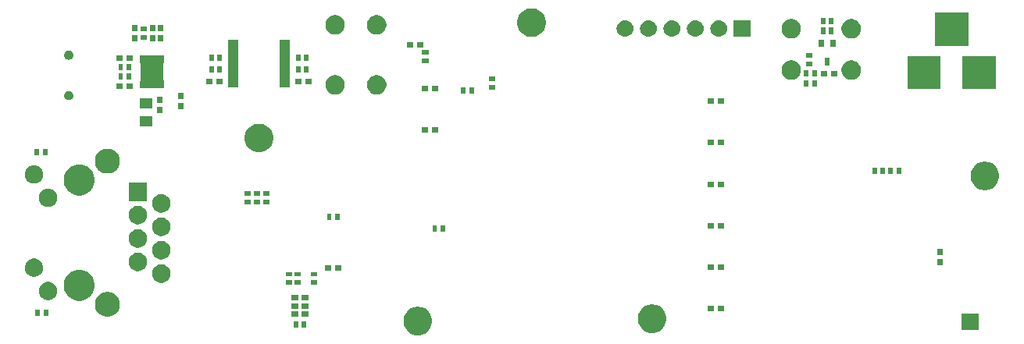
<source format=gbr>
G04 #@! TF.GenerationSoftware,KiCad,Pcbnew,(5.1.4)-1*
G04 #@! TF.CreationDate,2020-04-10T13:24:09-05:00*
G04 #@! TF.ProjectId,PIC32MZ_ETH_Demo,50494333-324d-45a5-9f45-54485f44656d,rev?*
G04 #@! TF.SameCoordinates,Original*
G04 #@! TF.FileFunction,Soldermask,Bot*
G04 #@! TF.FilePolarity,Negative*
%FSLAX46Y46*%
G04 Gerber Fmt 4.6, Leading zero omitted, Abs format (unit mm)*
G04 Created by KiCad (PCBNEW (5.1.4)-1) date 2020-04-10 13:24:09*
%MOMM*%
%LPD*%
G04 APERTURE LIST*
%ADD10C,0.100000*%
G04 APERTURE END LIST*
D10*
G36*
X138415085Y-79441302D02*
G01*
X138564910Y-79471104D01*
X138847174Y-79588021D01*
X139101205Y-79757759D01*
X139317241Y-79973795D01*
X139486979Y-80227826D01*
X139603896Y-80510090D01*
X139663500Y-80809740D01*
X139663500Y-81115260D01*
X139603896Y-81414910D01*
X139486979Y-81697174D01*
X139317241Y-81951205D01*
X139101205Y-82167241D01*
X138847174Y-82336979D01*
X138564910Y-82453896D01*
X138415085Y-82483698D01*
X138265261Y-82513500D01*
X137959739Y-82513500D01*
X137809915Y-82483698D01*
X137660090Y-82453896D01*
X137377826Y-82336979D01*
X137123795Y-82167241D01*
X136907759Y-81951205D01*
X136738021Y-81697174D01*
X136621104Y-81414910D01*
X136561500Y-81115260D01*
X136561500Y-80809740D01*
X136621104Y-80510090D01*
X136738021Y-80227826D01*
X136907759Y-79973795D01*
X137123795Y-79757759D01*
X137377826Y-79588021D01*
X137660090Y-79471104D01*
X137809915Y-79441302D01*
X137959739Y-79411500D01*
X138265261Y-79411500D01*
X138415085Y-79441302D01*
X138415085Y-79441302D01*
G37*
G36*
X163815085Y-79187302D02*
G01*
X163964910Y-79217104D01*
X164247174Y-79334021D01*
X164501205Y-79503759D01*
X164717241Y-79719795D01*
X164886979Y-79973826D01*
X165003896Y-80256090D01*
X165063500Y-80555740D01*
X165063500Y-80861260D01*
X165003896Y-81160910D01*
X164886979Y-81443174D01*
X164717241Y-81697205D01*
X164501205Y-81913241D01*
X164247174Y-82082979D01*
X163964910Y-82199896D01*
X163815085Y-82229698D01*
X163665261Y-82259500D01*
X163359739Y-82259500D01*
X163209915Y-82229698D01*
X163060090Y-82199896D01*
X162777826Y-82082979D01*
X162523795Y-81913241D01*
X162307759Y-81697205D01*
X162138021Y-81443174D01*
X162021104Y-81160910D01*
X161961500Y-80861260D01*
X161961500Y-80555740D01*
X162021104Y-80256090D01*
X162138021Y-79973826D01*
X162307759Y-79719795D01*
X162523795Y-79503759D01*
X162777826Y-79334021D01*
X163060090Y-79217104D01*
X163209915Y-79187302D01*
X163359739Y-79157500D01*
X163665261Y-79157500D01*
X163815085Y-79187302D01*
X163815085Y-79187302D01*
G37*
G36*
X198894000Y-81927000D02*
G01*
X197092000Y-81927000D01*
X197092000Y-80125000D01*
X198894000Y-80125000D01*
X198894000Y-81927000D01*
X198894000Y-81927000D01*
G37*
G36*
X126050000Y-81694500D02*
G01*
X125548000Y-81694500D01*
X125548000Y-80992500D01*
X126050000Y-80992500D01*
X126050000Y-81694500D01*
X126050000Y-81694500D01*
G37*
G36*
X125150000Y-81694500D02*
G01*
X124648000Y-81694500D01*
X124648000Y-80992500D01*
X125150000Y-80992500D01*
X125150000Y-81694500D01*
X125150000Y-81694500D01*
G37*
G36*
X126250000Y-80501500D02*
G01*
X125548000Y-80501500D01*
X125548000Y-79899500D01*
X126250000Y-79899500D01*
X126250000Y-80501500D01*
X126250000Y-80501500D01*
G37*
G36*
X125150000Y-80501500D02*
G01*
X124448000Y-80501500D01*
X124448000Y-79899500D01*
X125150000Y-79899500D01*
X125150000Y-80501500D01*
X125150000Y-80501500D01*
G37*
G36*
X104863572Y-77849918D02*
G01*
X104943155Y-77882882D01*
X105109439Y-77951759D01*
X105165953Y-77989521D01*
X105330711Y-78099609D01*
X105518891Y-78287789D01*
X105666742Y-78509063D01*
X105768582Y-78754928D01*
X105820500Y-79015937D01*
X105820500Y-79282063D01*
X105768582Y-79543072D01*
X105666742Y-79788937D01*
X105518891Y-80010211D01*
X105330711Y-80198391D01*
X105244357Y-80256091D01*
X105109439Y-80346241D01*
X105109438Y-80346242D01*
X105109437Y-80346242D01*
X104863572Y-80448082D01*
X104602563Y-80500000D01*
X104336437Y-80500000D01*
X104075428Y-80448082D01*
X103829563Y-80346242D01*
X103829562Y-80346242D01*
X103829561Y-80346241D01*
X103694643Y-80256091D01*
X103608289Y-80198391D01*
X103420109Y-80010211D01*
X103272258Y-79788937D01*
X103170418Y-79543072D01*
X103118500Y-79282063D01*
X103118500Y-79015937D01*
X103170418Y-78754928D01*
X103272258Y-78509063D01*
X103420109Y-78287789D01*
X103608289Y-78099609D01*
X103773047Y-77989521D01*
X103829561Y-77951759D01*
X103995846Y-77882882D01*
X104075428Y-77849918D01*
X104336437Y-77798000D01*
X104602563Y-77798000D01*
X104863572Y-77849918D01*
X104863572Y-77849918D01*
G37*
G36*
X97146500Y-80424500D02*
G01*
X96644500Y-80424500D01*
X96644500Y-79722500D01*
X97146500Y-79722500D01*
X97146500Y-80424500D01*
X97146500Y-80424500D01*
G37*
G36*
X98046500Y-80424500D02*
G01*
X97544500Y-80424500D01*
X97544500Y-79722500D01*
X98046500Y-79722500D01*
X98046500Y-80424500D01*
X98046500Y-80424500D01*
G37*
G36*
X170235000Y-79930000D02*
G01*
X169533000Y-79930000D01*
X169533000Y-79328000D01*
X170235000Y-79328000D01*
X170235000Y-79930000D01*
X170235000Y-79930000D01*
G37*
G36*
X171335000Y-79930000D02*
G01*
X170633000Y-79930000D01*
X170633000Y-79328000D01*
X171335000Y-79328000D01*
X171335000Y-79930000D01*
X171335000Y-79930000D01*
G37*
G36*
X126250000Y-79612500D02*
G01*
X125548000Y-79612500D01*
X125548000Y-79010500D01*
X126250000Y-79010500D01*
X126250000Y-79612500D01*
X126250000Y-79612500D01*
G37*
G36*
X125150000Y-79612500D02*
G01*
X124448000Y-79612500D01*
X124448000Y-79010500D01*
X125150000Y-79010500D01*
X125150000Y-79612500D01*
X125150000Y-79612500D01*
G37*
G36*
X101700572Y-75436074D02*
G01*
X101908371Y-75477408D01*
X102213383Y-75603748D01*
X102487887Y-75787166D01*
X102721334Y-76020613D01*
X102904752Y-76295117D01*
X103029600Y-76596527D01*
X103031092Y-76600130D01*
X103074103Y-76816356D01*
X103095500Y-76923928D01*
X103095500Y-77254072D01*
X103031092Y-77577871D01*
X102904752Y-77882883D01*
X102721334Y-78157387D01*
X102487887Y-78390834D01*
X102213383Y-78574252D01*
X101908371Y-78700592D01*
X101793205Y-78723500D01*
X101584573Y-78765000D01*
X101254427Y-78765000D01*
X101045795Y-78723500D01*
X100930629Y-78700592D01*
X100625617Y-78574252D01*
X100351113Y-78390834D01*
X100117666Y-78157387D01*
X99934248Y-77882883D01*
X99807908Y-77577871D01*
X99743500Y-77254072D01*
X99743500Y-76923928D01*
X99764898Y-76816356D01*
X99807908Y-76600130D01*
X99809400Y-76596527D01*
X99934248Y-76295117D01*
X100117666Y-76020613D01*
X100351113Y-75787166D01*
X100625617Y-75603748D01*
X100930629Y-75477408D01*
X101138428Y-75436074D01*
X101254427Y-75413000D01*
X101584573Y-75413000D01*
X101700572Y-75436074D01*
X101700572Y-75436074D01*
G37*
G36*
X125150000Y-78723500D02*
G01*
X124448000Y-78723500D01*
X124448000Y-78121500D01*
X125150000Y-78121500D01*
X125150000Y-78723500D01*
X125150000Y-78723500D01*
G37*
G36*
X126250000Y-78723500D02*
G01*
X125548000Y-78723500D01*
X125548000Y-78121500D01*
X126250000Y-78121500D01*
X126250000Y-78723500D01*
X126250000Y-78723500D01*
G37*
G36*
X98330021Y-76741275D02*
G01*
X98420653Y-76778816D01*
X98511283Y-76816356D01*
X98674413Y-76925356D01*
X98813144Y-77064087D01*
X98922144Y-77227217D01*
X98933268Y-77254073D01*
X98997225Y-77408479D01*
X99035500Y-77600901D01*
X99035500Y-77797099D01*
X98997225Y-77989521D01*
X98959684Y-78080153D01*
X98922144Y-78170783D01*
X98813144Y-78333913D01*
X98674413Y-78472644D01*
X98511283Y-78581644D01*
X98420652Y-78619184D01*
X98330021Y-78656725D01*
X98137599Y-78695000D01*
X97941401Y-78695000D01*
X97748979Y-78656725D01*
X97658347Y-78619184D01*
X97567717Y-78581644D01*
X97404587Y-78472644D01*
X97265856Y-78333913D01*
X97156856Y-78170783D01*
X97119316Y-78080153D01*
X97081775Y-77989521D01*
X97043500Y-77797099D01*
X97043500Y-77600901D01*
X97081775Y-77408479D01*
X97145732Y-77254073D01*
X97156856Y-77227217D01*
X97265856Y-77064087D01*
X97404587Y-76925356D01*
X97567717Y-76816356D01*
X97658347Y-76778816D01*
X97748979Y-76741275D01*
X97941401Y-76703000D01*
X98137599Y-76703000D01*
X98330021Y-76741275D01*
X98330021Y-76741275D01*
G37*
G36*
X125446000Y-77028000D02*
G01*
X124744000Y-77028000D01*
X124744000Y-76526000D01*
X125446000Y-76526000D01*
X125446000Y-77028000D01*
X125446000Y-77028000D01*
G37*
G36*
X127224000Y-77028000D02*
G01*
X126522000Y-77028000D01*
X126522000Y-76526000D01*
X127224000Y-76526000D01*
X127224000Y-77028000D01*
X127224000Y-77028000D01*
G37*
G36*
X124493500Y-77028000D02*
G01*
X123791500Y-77028000D01*
X123791500Y-76526000D01*
X124493500Y-76526000D01*
X124493500Y-77028000D01*
X124493500Y-77028000D01*
G37*
G36*
X110494785Y-74837234D02*
G01*
X110591481Y-74856468D01*
X110773651Y-74931926D01*
X110937600Y-75041473D01*
X111077027Y-75180900D01*
X111186574Y-75344849D01*
X111262032Y-75527019D01*
X111300500Y-75720410D01*
X111300500Y-75917590D01*
X111262032Y-76110981D01*
X111186574Y-76293151D01*
X111077027Y-76457100D01*
X110937600Y-76596527D01*
X110773651Y-76706074D01*
X110591481Y-76781532D01*
X110398091Y-76820000D01*
X110200909Y-76820000D01*
X110007519Y-76781532D01*
X109825349Y-76706074D01*
X109661400Y-76596527D01*
X109521973Y-76457100D01*
X109412426Y-76293151D01*
X109336968Y-76110981D01*
X109298500Y-75917590D01*
X109298500Y-75720410D01*
X109336968Y-75527019D01*
X109412426Y-75344849D01*
X109521973Y-75180900D01*
X109661400Y-75041473D01*
X109825349Y-74931926D01*
X110007519Y-74856468D01*
X110104215Y-74837234D01*
X110200909Y-74818000D01*
X110398091Y-74818000D01*
X110494785Y-74837234D01*
X110494785Y-74837234D01*
G37*
G36*
X96810021Y-74201275D02*
G01*
X96900653Y-74238816D01*
X96991283Y-74276356D01*
X97154413Y-74385356D01*
X97293144Y-74524087D01*
X97402144Y-74687217D01*
X97439684Y-74777847D01*
X97477225Y-74868479D01*
X97515500Y-75060901D01*
X97515500Y-75257099D01*
X97477225Y-75449521D01*
X97462529Y-75485000D01*
X97402144Y-75630783D01*
X97293144Y-75793913D01*
X97154413Y-75932644D01*
X96991283Y-76041644D01*
X96900653Y-76079184D01*
X96810021Y-76116725D01*
X96617599Y-76155000D01*
X96421401Y-76155000D01*
X96228979Y-76116725D01*
X96138347Y-76079184D01*
X96047717Y-76041644D01*
X95884587Y-75932644D01*
X95745856Y-75793913D01*
X95636856Y-75630783D01*
X95576471Y-75485000D01*
X95561775Y-75449521D01*
X95523500Y-75257099D01*
X95523500Y-75060901D01*
X95561775Y-74868479D01*
X95599316Y-74777847D01*
X95636856Y-74687217D01*
X95745856Y-74524087D01*
X95884587Y-74385356D01*
X96047717Y-74276356D01*
X96138347Y-74238816D01*
X96228979Y-74201275D01*
X96421401Y-74163000D01*
X96617599Y-74163000D01*
X96810021Y-74201275D01*
X96810021Y-74201275D01*
G37*
G36*
X124493500Y-76128000D02*
G01*
X123791500Y-76128000D01*
X123791500Y-75626000D01*
X124493500Y-75626000D01*
X124493500Y-76128000D01*
X124493500Y-76128000D01*
G37*
G36*
X125446000Y-76128000D02*
G01*
X124744000Y-76128000D01*
X124744000Y-75626000D01*
X125446000Y-75626000D01*
X125446000Y-76128000D01*
X125446000Y-76128000D01*
G37*
G36*
X127224000Y-76128000D02*
G01*
X126522000Y-76128000D01*
X126522000Y-75626000D01*
X127224000Y-75626000D01*
X127224000Y-76128000D01*
X127224000Y-76128000D01*
G37*
G36*
X108051481Y-73586468D02*
G01*
X108233651Y-73661926D01*
X108397600Y-73771473D01*
X108537027Y-73910900D01*
X108646574Y-74074849D01*
X108722032Y-74257019D01*
X108760500Y-74450410D01*
X108760500Y-74647590D01*
X108722032Y-74840981D01*
X108646574Y-75023151D01*
X108537027Y-75187100D01*
X108397600Y-75326527D01*
X108233651Y-75436074D01*
X108233650Y-75436075D01*
X108233649Y-75436075D01*
X108201185Y-75449522D01*
X108051481Y-75511532D01*
X107973623Y-75527019D01*
X107858091Y-75550000D01*
X107660909Y-75550000D01*
X107545377Y-75527019D01*
X107467519Y-75511532D01*
X107317815Y-75449522D01*
X107285351Y-75436075D01*
X107285350Y-75436075D01*
X107285349Y-75436074D01*
X107121400Y-75326527D01*
X106981973Y-75187100D01*
X106872426Y-75023151D01*
X106796968Y-74840981D01*
X106758500Y-74647590D01*
X106758500Y-74450410D01*
X106796968Y-74257019D01*
X106872426Y-74074849D01*
X106981973Y-73910900D01*
X107121400Y-73771473D01*
X107285349Y-73661926D01*
X107467519Y-73586468D01*
X107660909Y-73548000D01*
X107858091Y-73548000D01*
X108051481Y-73586468D01*
X108051481Y-73586468D01*
G37*
G36*
X129869500Y-75485000D02*
G01*
X129167500Y-75485000D01*
X129167500Y-74883000D01*
X129869500Y-74883000D01*
X129869500Y-75485000D01*
X129869500Y-75485000D01*
G37*
G36*
X128769500Y-75485000D02*
G01*
X128067500Y-75485000D01*
X128067500Y-74883000D01*
X128769500Y-74883000D01*
X128769500Y-75485000D01*
X128769500Y-75485000D01*
G37*
G36*
X171335000Y-75421500D02*
G01*
X170633000Y-75421500D01*
X170633000Y-74819500D01*
X171335000Y-74819500D01*
X171335000Y-75421500D01*
X171335000Y-75421500D01*
G37*
G36*
X170235000Y-75421500D02*
G01*
X169533000Y-75421500D01*
X169533000Y-74819500D01*
X170235000Y-74819500D01*
X170235000Y-75421500D01*
X170235000Y-75421500D01*
G37*
G36*
X194992000Y-74942000D02*
G01*
X194390000Y-74942000D01*
X194390000Y-74240000D01*
X194992000Y-74240000D01*
X194992000Y-74942000D01*
X194992000Y-74942000D01*
G37*
G36*
X110494785Y-72297234D02*
G01*
X110591481Y-72316468D01*
X110773651Y-72391926D01*
X110937600Y-72501473D01*
X111077027Y-72640900D01*
X111186574Y-72804849D01*
X111262032Y-72987019D01*
X111300500Y-73180410D01*
X111300500Y-73377590D01*
X111262032Y-73570981D01*
X111186574Y-73753151D01*
X111077027Y-73917100D01*
X110937600Y-74056527D01*
X110773651Y-74166074D01*
X110591481Y-74241532D01*
X110513623Y-74257019D01*
X110398091Y-74280000D01*
X110200909Y-74280000D01*
X110085377Y-74257019D01*
X110007519Y-74241532D01*
X109825349Y-74166074D01*
X109661400Y-74056527D01*
X109521973Y-73917100D01*
X109412426Y-73753151D01*
X109336968Y-73570981D01*
X109298500Y-73377590D01*
X109298500Y-73180410D01*
X109336968Y-72987019D01*
X109412426Y-72804849D01*
X109521973Y-72640900D01*
X109661400Y-72501473D01*
X109825349Y-72391926D01*
X110007519Y-72316468D01*
X110104215Y-72297234D01*
X110200909Y-72278000D01*
X110398091Y-72278000D01*
X110494785Y-72297234D01*
X110494785Y-72297234D01*
G37*
G36*
X194992000Y-73842000D02*
G01*
X194390000Y-73842000D01*
X194390000Y-73140000D01*
X194992000Y-73140000D01*
X194992000Y-73842000D01*
X194992000Y-73842000D01*
G37*
G36*
X108051481Y-71046468D02*
G01*
X108233651Y-71121926D01*
X108397600Y-71231473D01*
X108537027Y-71370900D01*
X108646574Y-71534849D01*
X108722032Y-71717019D01*
X108760500Y-71910410D01*
X108760500Y-72107590D01*
X108722032Y-72300981D01*
X108646574Y-72483151D01*
X108537027Y-72647100D01*
X108397600Y-72786527D01*
X108233651Y-72896074D01*
X108051481Y-72971532D01*
X107973623Y-72987019D01*
X107858091Y-73010000D01*
X107660909Y-73010000D01*
X107545377Y-72987019D01*
X107467519Y-72971532D01*
X107285349Y-72896074D01*
X107121400Y-72786527D01*
X106981973Y-72647100D01*
X106872426Y-72483151D01*
X106796968Y-72300981D01*
X106758500Y-72107590D01*
X106758500Y-71910410D01*
X106796968Y-71717019D01*
X106872426Y-71534849D01*
X106981973Y-71370900D01*
X107121400Y-71231473D01*
X107285349Y-71121926D01*
X107467519Y-71046468D01*
X107660909Y-71008000D01*
X107858091Y-71008000D01*
X108051481Y-71046468D01*
X108051481Y-71046468D01*
G37*
G36*
X110591481Y-69776468D02*
G01*
X110773651Y-69851926D01*
X110937600Y-69961473D01*
X111077027Y-70100900D01*
X111186574Y-70264849D01*
X111262032Y-70447019D01*
X111300500Y-70640410D01*
X111300500Y-70837590D01*
X111262032Y-71030981D01*
X111186574Y-71213151D01*
X111077027Y-71377100D01*
X110937600Y-71516527D01*
X110773651Y-71626074D01*
X110591481Y-71701532D01*
X110513623Y-71717019D01*
X110398091Y-71740000D01*
X110200909Y-71740000D01*
X110085377Y-71717019D01*
X110007519Y-71701532D01*
X109825349Y-71626074D01*
X109661400Y-71516527D01*
X109521973Y-71377100D01*
X109412426Y-71213151D01*
X109336968Y-71030981D01*
X109298500Y-70837590D01*
X109298500Y-70640410D01*
X109336968Y-70447019D01*
X109412426Y-70264849D01*
X109521973Y-70100900D01*
X109661400Y-69961473D01*
X109825349Y-69851926D01*
X110007519Y-69776468D01*
X110200909Y-69738000D01*
X110398091Y-69738000D01*
X110591481Y-69776468D01*
X110591481Y-69776468D01*
G37*
G36*
X140199500Y-71280500D02*
G01*
X139697500Y-71280500D01*
X139697500Y-70578500D01*
X140199500Y-70578500D01*
X140199500Y-71280500D01*
X140199500Y-71280500D01*
G37*
G36*
X141099500Y-71280500D02*
G01*
X140597500Y-71280500D01*
X140597500Y-70578500D01*
X141099500Y-70578500D01*
X141099500Y-71280500D01*
X141099500Y-71280500D01*
G37*
G36*
X171335000Y-70913000D02*
G01*
X170633000Y-70913000D01*
X170633000Y-70311000D01*
X171335000Y-70311000D01*
X171335000Y-70913000D01*
X171335000Y-70913000D01*
G37*
G36*
X170235000Y-70913000D02*
G01*
X169533000Y-70913000D01*
X169533000Y-70311000D01*
X170235000Y-70311000D01*
X170235000Y-70913000D01*
X170235000Y-70913000D01*
G37*
G36*
X107876405Y-68471643D02*
G01*
X108051481Y-68506468D01*
X108233651Y-68581926D01*
X108397600Y-68691473D01*
X108537027Y-68830900D01*
X108646574Y-68994849D01*
X108722032Y-69177019D01*
X108760500Y-69370410D01*
X108760500Y-69567590D01*
X108722032Y-69760981D01*
X108646574Y-69943151D01*
X108537027Y-70107100D01*
X108397600Y-70246527D01*
X108233651Y-70356074D01*
X108051481Y-70431532D01*
X107973623Y-70447019D01*
X107858091Y-70470000D01*
X107660909Y-70470000D01*
X107545377Y-70447019D01*
X107467519Y-70431532D01*
X107285349Y-70356074D01*
X107121400Y-70246527D01*
X106981973Y-70107100D01*
X106872426Y-69943151D01*
X106796968Y-69760981D01*
X106758500Y-69567590D01*
X106758500Y-69370410D01*
X106796968Y-69177019D01*
X106872426Y-68994849D01*
X106981973Y-68830900D01*
X107121400Y-68691473D01*
X107285349Y-68581926D01*
X107467519Y-68506468D01*
X107642595Y-68471643D01*
X107660909Y-68468000D01*
X107858091Y-68468000D01*
X107876405Y-68471643D01*
X107876405Y-68471643D01*
G37*
G36*
X128769500Y-70010500D02*
G01*
X128267500Y-70010500D01*
X128267500Y-69308500D01*
X128769500Y-69308500D01*
X128769500Y-70010500D01*
X128769500Y-70010500D01*
G37*
G36*
X129669500Y-70010500D02*
G01*
X129167500Y-70010500D01*
X129167500Y-69308500D01*
X129669500Y-69308500D01*
X129669500Y-70010500D01*
X129669500Y-70010500D01*
G37*
G36*
X110494785Y-67217234D02*
G01*
X110591481Y-67236468D01*
X110720295Y-67289825D01*
X110741188Y-67298479D01*
X110773651Y-67311926D01*
X110937600Y-67421473D01*
X111077027Y-67560900D01*
X111186574Y-67724849D01*
X111262032Y-67907019D01*
X111300500Y-68100410D01*
X111300500Y-68297590D01*
X111262032Y-68490981D01*
X111186574Y-68673151D01*
X111077027Y-68837100D01*
X110937600Y-68976527D01*
X110773651Y-69086074D01*
X110591481Y-69161532D01*
X110513623Y-69177019D01*
X110398091Y-69200000D01*
X110200909Y-69200000D01*
X110085377Y-69177019D01*
X110007519Y-69161532D01*
X109825349Y-69086074D01*
X109661400Y-68976527D01*
X109521973Y-68837100D01*
X109412426Y-68673151D01*
X109336968Y-68490981D01*
X109298500Y-68297590D01*
X109298500Y-68100410D01*
X109336968Y-67907019D01*
X109412426Y-67724849D01*
X109521973Y-67560900D01*
X109661400Y-67421473D01*
X109825349Y-67311926D01*
X109857813Y-67298479D01*
X109878705Y-67289825D01*
X110007519Y-67236468D01*
X110104215Y-67217234D01*
X110200909Y-67198000D01*
X110398091Y-67198000D01*
X110494785Y-67217234D01*
X110494785Y-67217234D01*
G37*
G36*
X98330021Y-66631275D02*
G01*
X98420652Y-66668816D01*
X98511283Y-66706356D01*
X98674413Y-66815356D01*
X98813144Y-66954087D01*
X98922144Y-67117217D01*
X98933342Y-67144252D01*
X98997225Y-67298479D01*
X99035500Y-67490901D01*
X99035500Y-67687099D01*
X98997225Y-67879521D01*
X98985834Y-67907020D01*
X98922144Y-68060783D01*
X98813144Y-68223913D01*
X98674413Y-68362644D01*
X98511283Y-68471644D01*
X98420653Y-68509184D01*
X98330021Y-68546725D01*
X98137599Y-68585000D01*
X97941401Y-68585000D01*
X97748979Y-68546725D01*
X97658347Y-68509184D01*
X97567717Y-68471644D01*
X97404587Y-68362644D01*
X97265856Y-68223913D01*
X97156856Y-68060783D01*
X97093166Y-67907020D01*
X97081775Y-67879521D01*
X97043500Y-67687099D01*
X97043500Y-67490901D01*
X97081775Y-67298479D01*
X97145658Y-67144252D01*
X97156856Y-67117217D01*
X97265856Y-66954087D01*
X97404587Y-66815356D01*
X97567717Y-66706356D01*
X97658348Y-66668816D01*
X97748979Y-66631275D01*
X97941401Y-66593000D01*
X98137599Y-66593000D01*
X98330021Y-66631275D01*
X98330021Y-66631275D01*
G37*
G36*
X121064500Y-68265000D02*
G01*
X120362500Y-68265000D01*
X120362500Y-67763000D01*
X121064500Y-67763000D01*
X121064500Y-68265000D01*
X121064500Y-68265000D01*
G37*
G36*
X120048500Y-68265000D02*
G01*
X119346500Y-68265000D01*
X119346500Y-67763000D01*
X120048500Y-67763000D01*
X120048500Y-68265000D01*
X120048500Y-68265000D01*
G37*
G36*
X122080500Y-68265000D02*
G01*
X121378500Y-68265000D01*
X121378500Y-67763000D01*
X122080500Y-67763000D01*
X122080500Y-68265000D01*
X122080500Y-68265000D01*
G37*
G36*
X108760500Y-67930000D02*
G01*
X106758500Y-67930000D01*
X106758500Y-65928000D01*
X108760500Y-65928000D01*
X108760500Y-67930000D01*
X108760500Y-67930000D01*
G37*
G36*
X122080500Y-67365000D02*
G01*
X121378500Y-67365000D01*
X121378500Y-66863000D01*
X122080500Y-66863000D01*
X122080500Y-67365000D01*
X122080500Y-67365000D01*
G37*
G36*
X120048500Y-67365000D02*
G01*
X119346500Y-67365000D01*
X119346500Y-66863000D01*
X120048500Y-66863000D01*
X120048500Y-67365000D01*
X120048500Y-67365000D01*
G37*
G36*
X121064500Y-67365000D02*
G01*
X120362500Y-67365000D01*
X120362500Y-66863000D01*
X121064500Y-66863000D01*
X121064500Y-67365000D01*
X121064500Y-67365000D01*
G37*
G36*
X101719098Y-64009759D02*
G01*
X101908371Y-64047408D01*
X102213383Y-64173748D01*
X102487887Y-64357166D01*
X102721334Y-64590613D01*
X102904752Y-64865117D01*
X103031092Y-65170129D01*
X103031092Y-65170130D01*
X103095500Y-65493927D01*
X103095500Y-65824073D01*
X103070616Y-65949172D01*
X103031092Y-66147871D01*
X102904752Y-66452883D01*
X102721334Y-66727387D01*
X102487887Y-66960834D01*
X102213383Y-67144252D01*
X101908371Y-67270592D01*
X101768179Y-67298478D01*
X101584573Y-67335000D01*
X101254427Y-67335000D01*
X101070821Y-67298478D01*
X100930629Y-67270592D01*
X100625617Y-67144252D01*
X100351113Y-66960834D01*
X100117666Y-66727387D01*
X99934248Y-66452883D01*
X99807908Y-66147871D01*
X99768384Y-65949172D01*
X99743500Y-65824073D01*
X99743500Y-65493927D01*
X99807908Y-65170130D01*
X99807908Y-65170129D01*
X99934248Y-64865117D01*
X100117666Y-64590613D01*
X100351113Y-64357166D01*
X100625617Y-64173748D01*
X100930629Y-64047408D01*
X101119902Y-64009759D01*
X101254427Y-63983000D01*
X101584573Y-63983000D01*
X101719098Y-64009759D01*
X101719098Y-64009759D01*
G37*
G36*
X199883085Y-63693302D02*
G01*
X200032910Y-63723104D01*
X200315174Y-63840021D01*
X200569205Y-64009759D01*
X200785241Y-64225795D01*
X200954979Y-64479826D01*
X201071896Y-64762090D01*
X201131500Y-65061740D01*
X201131500Y-65367260D01*
X201071896Y-65666910D01*
X200954979Y-65949174D01*
X200785241Y-66203205D01*
X200569205Y-66419241D01*
X200315174Y-66588979D01*
X200032910Y-66705896D01*
X199924867Y-66727387D01*
X199733261Y-66765500D01*
X199427739Y-66765500D01*
X199236133Y-66727387D01*
X199128090Y-66705896D01*
X198845826Y-66588979D01*
X198591795Y-66419241D01*
X198375759Y-66203205D01*
X198206021Y-65949174D01*
X198089104Y-65666910D01*
X198029500Y-65367260D01*
X198029500Y-65061740D01*
X198089104Y-64762090D01*
X198206021Y-64479826D01*
X198375759Y-64225795D01*
X198591795Y-64009759D01*
X198845826Y-63840021D01*
X199128090Y-63723104D01*
X199277915Y-63693302D01*
X199427739Y-63663500D01*
X199733261Y-63663500D01*
X199883085Y-63693302D01*
X199883085Y-63693302D01*
G37*
G36*
X171335000Y-66404500D02*
G01*
X170633000Y-66404500D01*
X170633000Y-65802500D01*
X171335000Y-65802500D01*
X171335000Y-66404500D01*
X171335000Y-66404500D01*
G37*
G36*
X170235000Y-66404500D02*
G01*
X169533000Y-66404500D01*
X169533000Y-65802500D01*
X170235000Y-65802500D01*
X170235000Y-66404500D01*
X170235000Y-66404500D01*
G37*
G36*
X96810021Y-64091275D02*
G01*
X96900653Y-64128816D01*
X96991283Y-64166356D01*
X97154413Y-64275356D01*
X97293144Y-64414087D01*
X97402144Y-64577217D01*
X97431625Y-64648391D01*
X97477225Y-64758479D01*
X97515500Y-64950901D01*
X97515500Y-65147099D01*
X97477225Y-65339521D01*
X97439684Y-65430152D01*
X97402144Y-65520783D01*
X97293144Y-65683913D01*
X97154413Y-65822644D01*
X96991283Y-65931644D01*
X96948961Y-65949174D01*
X96810021Y-66006725D01*
X96617599Y-66045000D01*
X96421401Y-66045000D01*
X96228979Y-66006725D01*
X96090039Y-65949174D01*
X96047717Y-65931644D01*
X95884587Y-65822644D01*
X95745856Y-65683913D01*
X95636856Y-65520783D01*
X95599316Y-65430152D01*
X95561775Y-65339521D01*
X95523500Y-65147099D01*
X95523500Y-64950901D01*
X95561775Y-64758479D01*
X95607375Y-64648391D01*
X95636856Y-64577217D01*
X95745856Y-64414087D01*
X95884587Y-64275356D01*
X96047717Y-64166356D01*
X96138347Y-64128816D01*
X96228979Y-64091275D01*
X96421401Y-64053000D01*
X96617599Y-64053000D01*
X96810021Y-64091275D01*
X96810021Y-64091275D01*
G37*
G36*
X190502500Y-64994000D02*
G01*
X190000500Y-64994000D01*
X190000500Y-64292000D01*
X190502500Y-64292000D01*
X190502500Y-64994000D01*
X190502500Y-64994000D01*
G37*
G36*
X189602500Y-64994000D02*
G01*
X189100500Y-64994000D01*
X189100500Y-64292000D01*
X189602500Y-64292000D01*
X189602500Y-64994000D01*
X189602500Y-64994000D01*
G37*
G36*
X188788000Y-64994000D02*
G01*
X188286000Y-64994000D01*
X188286000Y-64292000D01*
X188788000Y-64292000D01*
X188788000Y-64994000D01*
X188788000Y-64994000D01*
G37*
G36*
X187888000Y-64994000D02*
G01*
X187386000Y-64994000D01*
X187386000Y-64292000D01*
X187888000Y-64292000D01*
X187888000Y-64994000D01*
X187888000Y-64994000D01*
G37*
G36*
X104863572Y-62299918D02*
G01*
X105109439Y-62401759D01*
X105198816Y-62461479D01*
X105330711Y-62549609D01*
X105518891Y-62737789D01*
X105666742Y-62959063D01*
X105768582Y-63204928D01*
X105820500Y-63465937D01*
X105820500Y-63732063D01*
X105768582Y-63993072D01*
X105672186Y-64225795D01*
X105666741Y-64238939D01*
X105518890Y-64460212D01*
X105330712Y-64648390D01*
X105109439Y-64796241D01*
X105109438Y-64796242D01*
X105109437Y-64796242D01*
X104863572Y-64898082D01*
X104602563Y-64950000D01*
X104336437Y-64950000D01*
X104075428Y-64898082D01*
X103829563Y-64796242D01*
X103829562Y-64796242D01*
X103829561Y-64796241D01*
X103608288Y-64648390D01*
X103420110Y-64460212D01*
X103272259Y-64238939D01*
X103266815Y-64225795D01*
X103170418Y-63993072D01*
X103118500Y-63732063D01*
X103118500Y-63465937D01*
X103170418Y-63204928D01*
X103272258Y-62959063D01*
X103420109Y-62737789D01*
X103608289Y-62549609D01*
X103740184Y-62461479D01*
X103829561Y-62401759D01*
X104075428Y-62299918D01*
X104336437Y-62248000D01*
X104602563Y-62248000D01*
X104863572Y-62299918D01*
X104863572Y-62299918D01*
G37*
G36*
X97983000Y-62962000D02*
G01*
X97481000Y-62962000D01*
X97481000Y-62260000D01*
X97983000Y-62260000D01*
X97983000Y-62962000D01*
X97983000Y-62962000D01*
G37*
G36*
X97083000Y-62962000D02*
G01*
X96581000Y-62962000D01*
X96581000Y-62260000D01*
X97083000Y-62260000D01*
X97083000Y-62962000D01*
X97083000Y-62962000D01*
G37*
G36*
X121206585Y-59565802D02*
G01*
X121356410Y-59595604D01*
X121638674Y-59712521D01*
X121892705Y-59882259D01*
X122108741Y-60098295D01*
X122278479Y-60352326D01*
X122395396Y-60634590D01*
X122455000Y-60934240D01*
X122455000Y-61239760D01*
X122395396Y-61539410D01*
X122278479Y-61821674D01*
X122108741Y-62075705D01*
X121892705Y-62291741D01*
X121638674Y-62461479D01*
X121356410Y-62578396D01*
X121206585Y-62608198D01*
X121056761Y-62638000D01*
X120751239Y-62638000D01*
X120601415Y-62608198D01*
X120451590Y-62578396D01*
X120169326Y-62461479D01*
X119915295Y-62291741D01*
X119699259Y-62075705D01*
X119529521Y-61821674D01*
X119412604Y-61539410D01*
X119353000Y-61239760D01*
X119353000Y-60934240D01*
X119412604Y-60634590D01*
X119529521Y-60352326D01*
X119699259Y-60098295D01*
X119915295Y-59882259D01*
X120169326Y-59712521D01*
X120451590Y-59595604D01*
X120601415Y-59565802D01*
X120751239Y-59536000D01*
X121056761Y-59536000D01*
X121206585Y-59565802D01*
X121206585Y-59565802D01*
G37*
G36*
X170235000Y-61896000D02*
G01*
X169533000Y-61896000D01*
X169533000Y-61294000D01*
X170235000Y-61294000D01*
X170235000Y-61896000D01*
X170235000Y-61896000D01*
G37*
G36*
X171335000Y-61896000D02*
G01*
X170633000Y-61896000D01*
X170633000Y-61294000D01*
X171335000Y-61294000D01*
X171335000Y-61896000D01*
X171335000Y-61896000D01*
G37*
G36*
X139247000Y-60499000D02*
G01*
X138545000Y-60499000D01*
X138545000Y-59897000D01*
X139247000Y-59897000D01*
X139247000Y-60499000D01*
X139247000Y-60499000D01*
G37*
G36*
X140347000Y-60499000D02*
G01*
X139645000Y-60499000D01*
X139645000Y-59897000D01*
X140347000Y-59897000D01*
X140347000Y-60499000D01*
X140347000Y-60499000D01*
G37*
G36*
X109324500Y-59844000D02*
G01*
X107972500Y-59844000D01*
X107972500Y-58742000D01*
X109324500Y-58742000D01*
X109324500Y-59844000D01*
X109324500Y-59844000D01*
G37*
G36*
X110410000Y-58432000D02*
G01*
X109808000Y-58432000D01*
X109808000Y-57730000D01*
X110410000Y-57730000D01*
X110410000Y-58432000D01*
X110410000Y-58432000D01*
G37*
G36*
X112696000Y-57987500D02*
G01*
X112094000Y-57987500D01*
X112094000Y-57285500D01*
X112696000Y-57285500D01*
X112696000Y-57987500D01*
X112696000Y-57987500D01*
G37*
G36*
X109324500Y-57844000D02*
G01*
X107972500Y-57844000D01*
X107972500Y-56742000D01*
X109324500Y-56742000D01*
X109324500Y-57844000D01*
X109324500Y-57844000D01*
G37*
G36*
X170235000Y-57387500D02*
G01*
X169533000Y-57387500D01*
X169533000Y-56785500D01*
X170235000Y-56785500D01*
X170235000Y-57387500D01*
X170235000Y-57387500D01*
G37*
G36*
X171335000Y-57387500D02*
G01*
X170633000Y-57387500D01*
X170633000Y-56785500D01*
X171335000Y-56785500D01*
X171335000Y-57387500D01*
X171335000Y-57387500D01*
G37*
G36*
X110410000Y-57332000D02*
G01*
X109808000Y-57332000D01*
X109808000Y-56630000D01*
X110410000Y-56630000D01*
X110410000Y-57332000D01*
X110410000Y-57332000D01*
G37*
G36*
X100373740Y-56001126D02*
G01*
X100422136Y-56010753D01*
X100459902Y-56026396D01*
X100513311Y-56048519D01*
X100513312Y-56048520D01*
X100595369Y-56103348D01*
X100665152Y-56173131D01*
X100692752Y-56214438D01*
X100719981Y-56255189D01*
X100757747Y-56346365D01*
X100777000Y-56443155D01*
X100777000Y-56541845D01*
X100757747Y-56638635D01*
X100719981Y-56729811D01*
X100692752Y-56770562D01*
X100665152Y-56811869D01*
X100595369Y-56881652D01*
X100554062Y-56909252D01*
X100513311Y-56936481D01*
X100459902Y-56958604D01*
X100422136Y-56974247D01*
X100373740Y-56983874D01*
X100325345Y-56993500D01*
X100226655Y-56993500D01*
X100178260Y-56983874D01*
X100129864Y-56974247D01*
X100092098Y-56958604D01*
X100038689Y-56936481D01*
X99997938Y-56909252D01*
X99956631Y-56881652D01*
X99886848Y-56811869D01*
X99859248Y-56770562D01*
X99832019Y-56729811D01*
X99794253Y-56638635D01*
X99775000Y-56541845D01*
X99775000Y-56443155D01*
X99794253Y-56346365D01*
X99832019Y-56255189D01*
X99859248Y-56214438D01*
X99886848Y-56173131D01*
X99956631Y-56103348D01*
X100038688Y-56048520D01*
X100038689Y-56048519D01*
X100092098Y-56026396D01*
X100129864Y-56010753D01*
X100178260Y-56001126D01*
X100226655Y-55991500D01*
X100325345Y-55991500D01*
X100373740Y-56001126D01*
X100373740Y-56001126D01*
G37*
G36*
X112696000Y-56887500D02*
G01*
X112094000Y-56887500D01*
X112094000Y-56185500D01*
X112696000Y-56185500D01*
X112696000Y-56887500D01*
X112696000Y-56887500D01*
G37*
G36*
X129465564Y-54297889D02*
G01*
X129656833Y-54377115D01*
X129656835Y-54377116D01*
X129828973Y-54492135D01*
X129975365Y-54638527D01*
X130087860Y-54806887D01*
X130090385Y-54810667D01*
X130169611Y-55001936D01*
X130210000Y-55204984D01*
X130210000Y-55412016D01*
X130169611Y-55615064D01*
X130102949Y-55776000D01*
X130090384Y-55806335D01*
X129975365Y-55978473D01*
X129828973Y-56124865D01*
X129656835Y-56239884D01*
X129656834Y-56239885D01*
X129656833Y-56239885D01*
X129465564Y-56319111D01*
X129262516Y-56359500D01*
X129055484Y-56359500D01*
X128852436Y-56319111D01*
X128661167Y-56239885D01*
X128661166Y-56239885D01*
X128661165Y-56239884D01*
X128489027Y-56124865D01*
X128342635Y-55978473D01*
X128227616Y-55806335D01*
X128215051Y-55776000D01*
X128148389Y-55615064D01*
X128108000Y-55412016D01*
X128108000Y-55204984D01*
X128148389Y-55001936D01*
X128227615Y-54810667D01*
X128230141Y-54806887D01*
X128342635Y-54638527D01*
X128489027Y-54492135D01*
X128661165Y-54377116D01*
X128661167Y-54377115D01*
X128852436Y-54297889D01*
X129055484Y-54257500D01*
X129262516Y-54257500D01*
X129465564Y-54297889D01*
X129465564Y-54297889D01*
G37*
G36*
X133965564Y-54297889D02*
G01*
X134156833Y-54377115D01*
X134156835Y-54377116D01*
X134328973Y-54492135D01*
X134475365Y-54638527D01*
X134587860Y-54806887D01*
X134590385Y-54810667D01*
X134669611Y-55001936D01*
X134710000Y-55204984D01*
X134710000Y-55412016D01*
X134669611Y-55615064D01*
X134602949Y-55776000D01*
X134590384Y-55806335D01*
X134475365Y-55978473D01*
X134328973Y-56124865D01*
X134156835Y-56239884D01*
X134156834Y-56239885D01*
X134156833Y-56239885D01*
X133965564Y-56319111D01*
X133762516Y-56359500D01*
X133555484Y-56359500D01*
X133352436Y-56319111D01*
X133161167Y-56239885D01*
X133161166Y-56239885D01*
X133161165Y-56239884D01*
X132989027Y-56124865D01*
X132842635Y-55978473D01*
X132727616Y-55806335D01*
X132715051Y-55776000D01*
X132648389Y-55615064D01*
X132608000Y-55412016D01*
X132608000Y-55204984D01*
X132648389Y-55001936D01*
X132727615Y-54810667D01*
X132730141Y-54806887D01*
X132842635Y-54638527D01*
X132989027Y-54492135D01*
X133161165Y-54377116D01*
X133161167Y-54377115D01*
X133352436Y-54297889D01*
X133555484Y-54257500D01*
X133762516Y-54257500D01*
X133965564Y-54297889D01*
X133965564Y-54297889D01*
G37*
G36*
X144211000Y-56294500D02*
G01*
X143709000Y-56294500D01*
X143709000Y-55592500D01*
X144211000Y-55592500D01*
X144211000Y-56294500D01*
X144211000Y-56294500D01*
G37*
G36*
X143311000Y-56294500D02*
G01*
X142809000Y-56294500D01*
X142809000Y-55592500D01*
X143311000Y-55592500D01*
X143311000Y-56294500D01*
X143311000Y-56294500D01*
G37*
G36*
X140347000Y-55990500D02*
G01*
X139645000Y-55990500D01*
X139645000Y-55388500D01*
X140347000Y-55388500D01*
X140347000Y-55990500D01*
X140347000Y-55990500D01*
G37*
G36*
X139247000Y-55990500D02*
G01*
X138545000Y-55990500D01*
X138545000Y-55388500D01*
X139247000Y-55388500D01*
X139247000Y-55990500D01*
X139247000Y-55990500D01*
G37*
G36*
X146528000Y-55819000D02*
G01*
X145826000Y-55819000D01*
X145826000Y-55317000D01*
X146528000Y-55317000D01*
X146528000Y-55819000D01*
X146528000Y-55819000D01*
G37*
G36*
X200777500Y-55776000D02*
G01*
X197175500Y-55776000D01*
X197175500Y-52174000D01*
X200777500Y-52174000D01*
X200777500Y-55776000D01*
X200777500Y-55776000D01*
G37*
G36*
X194777500Y-55776000D02*
G01*
X191175500Y-55776000D01*
X191175500Y-52174000D01*
X194777500Y-52174000D01*
X194777500Y-55776000D01*
X194777500Y-55776000D01*
G37*
G36*
X107263500Y-55736500D02*
G01*
X106561500Y-55736500D01*
X106561500Y-55134500D01*
X107263500Y-55134500D01*
X107263500Y-55736500D01*
X107263500Y-55736500D01*
G37*
G36*
X106163500Y-55736500D02*
G01*
X105461500Y-55736500D01*
X105461500Y-55134500D01*
X106163500Y-55134500D01*
X106163500Y-55736500D01*
X106163500Y-55736500D01*
G37*
G36*
X110613500Y-52928189D02*
G01*
X110609053Y-52930566D01*
X110590111Y-52946111D01*
X110574566Y-52965053D01*
X110563015Y-52986664D01*
X110555902Y-53010113D01*
X110553500Y-53034499D01*
X110553500Y-54782501D01*
X110555902Y-54806887D01*
X110563015Y-54830336D01*
X110574566Y-54851947D01*
X110590111Y-54870889D01*
X110609053Y-54886434D01*
X110613500Y-54888811D01*
X110613500Y-55709500D01*
X108011500Y-55709500D01*
X108011500Y-54888811D01*
X108015947Y-54886434D01*
X108034889Y-54870889D01*
X108050434Y-54851947D01*
X108061985Y-54830336D01*
X108069098Y-54806887D01*
X108071500Y-54782501D01*
X108071500Y-53034499D01*
X108069098Y-53010113D01*
X108061985Y-52986664D01*
X108050434Y-52965053D01*
X108034889Y-52946111D01*
X108015947Y-52930566D01*
X108011500Y-52928189D01*
X108011500Y-52107500D01*
X110613500Y-52107500D01*
X110613500Y-52928189D01*
X110613500Y-52928189D01*
G37*
G36*
X124255000Y-55573500D02*
G01*
X123153000Y-55573500D01*
X123153000Y-50471500D01*
X124255000Y-50471500D01*
X124255000Y-55573500D01*
X124255000Y-55573500D01*
G37*
G36*
X118655000Y-55573500D02*
G01*
X117553000Y-55573500D01*
X117553000Y-50471500D01*
X118655000Y-50471500D01*
X118655000Y-55573500D01*
X118655000Y-55573500D01*
G37*
G36*
X181358500Y-55532500D02*
G01*
X180856500Y-55532500D01*
X180856500Y-54830500D01*
X181358500Y-54830500D01*
X181358500Y-55532500D01*
X181358500Y-55532500D01*
G37*
G36*
X180458500Y-55532500D02*
G01*
X179956500Y-55532500D01*
X179956500Y-54830500D01*
X180458500Y-54830500D01*
X180458500Y-55532500D01*
X180458500Y-55532500D01*
G37*
G36*
X125531000Y-55228500D02*
G01*
X124829000Y-55228500D01*
X124829000Y-54626500D01*
X125531000Y-54626500D01*
X125531000Y-55228500D01*
X125531000Y-55228500D01*
G37*
G36*
X126631000Y-55228500D02*
G01*
X125929000Y-55228500D01*
X125929000Y-54626500D01*
X126631000Y-54626500D01*
X126631000Y-55228500D01*
X126631000Y-55228500D01*
G37*
G36*
X116979000Y-55228500D02*
G01*
X116277000Y-55228500D01*
X116277000Y-54626500D01*
X116979000Y-54626500D01*
X116979000Y-55228500D01*
X116979000Y-55228500D01*
G37*
G36*
X115879000Y-55228500D02*
G01*
X115177000Y-55228500D01*
X115177000Y-54626500D01*
X115879000Y-54626500D01*
X115879000Y-55228500D01*
X115879000Y-55228500D01*
G37*
G36*
X146528000Y-54919000D02*
G01*
X145826000Y-54919000D01*
X145826000Y-54417000D01*
X146528000Y-54417000D01*
X146528000Y-54919000D01*
X146528000Y-54919000D01*
G37*
G36*
X185409064Y-52710389D02*
G01*
X185600333Y-52789615D01*
X185600335Y-52789616D01*
X185772473Y-52904635D01*
X185918865Y-53051027D01*
X186029765Y-53217000D01*
X186033885Y-53223167D01*
X186113111Y-53414436D01*
X186153500Y-53617484D01*
X186153500Y-53824516D01*
X186113111Y-54027564D01*
X186033885Y-54218833D01*
X186033884Y-54218835D01*
X185918865Y-54390973D01*
X185772473Y-54537365D01*
X185600335Y-54652384D01*
X185600334Y-54652385D01*
X185600333Y-54652385D01*
X185409064Y-54731611D01*
X185206016Y-54772000D01*
X184998984Y-54772000D01*
X184795936Y-54731611D01*
X184604667Y-54652385D01*
X184604666Y-54652385D01*
X184604665Y-54652384D01*
X184432527Y-54537365D01*
X184286135Y-54390973D01*
X184171116Y-54218835D01*
X184171115Y-54218833D01*
X184091889Y-54027564D01*
X184051500Y-53824516D01*
X184051500Y-53617484D01*
X184091889Y-53414436D01*
X184171115Y-53223167D01*
X184175236Y-53217000D01*
X184286135Y-53051027D01*
X184432527Y-52904635D01*
X184604665Y-52789616D01*
X184604667Y-52789615D01*
X184795936Y-52710389D01*
X184998984Y-52670000D01*
X185206016Y-52670000D01*
X185409064Y-52710389D01*
X185409064Y-52710389D01*
G37*
G36*
X178909064Y-52710389D02*
G01*
X179100333Y-52789615D01*
X179100335Y-52789616D01*
X179272473Y-52904635D01*
X179418865Y-53051027D01*
X179529765Y-53217000D01*
X179533885Y-53223167D01*
X179613111Y-53414436D01*
X179653500Y-53617484D01*
X179653500Y-53824516D01*
X179613111Y-54027564D01*
X179533885Y-54218833D01*
X179533884Y-54218835D01*
X179418865Y-54390973D01*
X179272473Y-54537365D01*
X179100335Y-54652384D01*
X179100334Y-54652385D01*
X179100333Y-54652385D01*
X178909064Y-54731611D01*
X178706016Y-54772000D01*
X178498984Y-54772000D01*
X178295936Y-54731611D01*
X178104667Y-54652385D01*
X178104666Y-54652385D01*
X178104665Y-54652384D01*
X177932527Y-54537365D01*
X177786135Y-54390973D01*
X177671116Y-54218835D01*
X177671115Y-54218833D01*
X177591889Y-54027564D01*
X177551500Y-53824516D01*
X177551500Y-53617484D01*
X177591889Y-53414436D01*
X177671115Y-53223167D01*
X177675236Y-53217000D01*
X177786135Y-53051027D01*
X177932527Y-52904635D01*
X178104665Y-52789616D01*
X178104667Y-52789615D01*
X178295936Y-52710389D01*
X178498984Y-52670000D01*
X178706016Y-52670000D01*
X178909064Y-52710389D01*
X178909064Y-52710389D01*
G37*
G36*
X107063500Y-54770500D02*
G01*
X106561500Y-54770500D01*
X106561500Y-54068500D01*
X107063500Y-54068500D01*
X107063500Y-54770500D01*
X107063500Y-54770500D01*
G37*
G36*
X106163500Y-54770500D02*
G01*
X105661500Y-54770500D01*
X105661500Y-54068500D01*
X106163500Y-54068500D01*
X106163500Y-54770500D01*
X106163500Y-54770500D01*
G37*
G36*
X181358500Y-54453000D02*
G01*
X180856500Y-54453000D01*
X180856500Y-53751000D01*
X181358500Y-53751000D01*
X181358500Y-54453000D01*
X181358500Y-54453000D01*
G37*
G36*
X180458500Y-54453000D02*
G01*
X179956500Y-54453000D01*
X179956500Y-53751000D01*
X180458500Y-53751000D01*
X180458500Y-54453000D01*
X180458500Y-54453000D01*
G37*
G36*
X183590500Y-54403000D02*
G01*
X182888500Y-54403000D01*
X182888500Y-53801000D01*
X183590500Y-53801000D01*
X183590500Y-54403000D01*
X183590500Y-54403000D01*
G37*
G36*
X182490500Y-54403000D02*
G01*
X181788500Y-54403000D01*
X181788500Y-53801000D01*
X182490500Y-53801000D01*
X182490500Y-54403000D01*
X182490500Y-54403000D01*
G37*
G36*
X125404000Y-54008500D02*
G01*
X124902000Y-54008500D01*
X124902000Y-53306500D01*
X125404000Y-53306500D01*
X125404000Y-54008500D01*
X125404000Y-54008500D01*
G37*
G36*
X116006000Y-54008500D02*
G01*
X115504000Y-54008500D01*
X115504000Y-53306500D01*
X116006000Y-53306500D01*
X116006000Y-54008500D01*
X116006000Y-54008500D01*
G37*
G36*
X126304000Y-54008500D02*
G01*
X125802000Y-54008500D01*
X125802000Y-53306500D01*
X126304000Y-53306500D01*
X126304000Y-54008500D01*
X126304000Y-54008500D01*
G37*
G36*
X116906000Y-54008500D02*
G01*
X116404000Y-54008500D01*
X116404000Y-53306500D01*
X116906000Y-53306500D01*
X116906000Y-54008500D01*
X116906000Y-54008500D01*
G37*
G36*
X107063500Y-53754500D02*
G01*
X106561500Y-53754500D01*
X106561500Y-53052500D01*
X107063500Y-53052500D01*
X107063500Y-53754500D01*
X107063500Y-53754500D01*
G37*
G36*
X106163500Y-53754500D02*
G01*
X105661500Y-53754500D01*
X105661500Y-53052500D01*
X106163500Y-53052500D01*
X106163500Y-53754500D01*
X106163500Y-53754500D01*
G37*
G36*
X180881500Y-53279000D02*
G01*
X180179500Y-53279000D01*
X180179500Y-52777000D01*
X180881500Y-52777000D01*
X180881500Y-53279000D01*
X180881500Y-53279000D01*
G37*
G36*
X182775000Y-53217000D02*
G01*
X182223000Y-53217000D01*
X182223000Y-52415000D01*
X182775000Y-52415000D01*
X182775000Y-53217000D01*
X182775000Y-53217000D01*
G37*
G36*
X139289000Y-52961500D02*
G01*
X138587000Y-52961500D01*
X138587000Y-52459500D01*
X139289000Y-52459500D01*
X139289000Y-52961500D01*
X139289000Y-52961500D01*
G37*
G36*
X116006000Y-52738500D02*
G01*
X115504000Y-52738500D01*
X115504000Y-52036500D01*
X116006000Y-52036500D01*
X116006000Y-52738500D01*
X116006000Y-52738500D01*
G37*
G36*
X125404000Y-52738500D02*
G01*
X124902000Y-52738500D01*
X124902000Y-52036500D01*
X125404000Y-52036500D01*
X125404000Y-52738500D01*
X125404000Y-52738500D01*
G37*
G36*
X116906000Y-52738500D02*
G01*
X116404000Y-52738500D01*
X116404000Y-52036500D01*
X116906000Y-52036500D01*
X116906000Y-52738500D01*
X116906000Y-52738500D01*
G37*
G36*
X126304000Y-52738500D02*
G01*
X125802000Y-52738500D01*
X125802000Y-52036500D01*
X126304000Y-52036500D01*
X126304000Y-52738500D01*
X126304000Y-52738500D01*
G37*
G36*
X107263500Y-52688500D02*
G01*
X106561500Y-52688500D01*
X106561500Y-52086500D01*
X107263500Y-52086500D01*
X107263500Y-52688500D01*
X107263500Y-52688500D01*
G37*
G36*
X106163500Y-52688500D02*
G01*
X105461500Y-52688500D01*
X105461500Y-52086500D01*
X106163500Y-52086500D01*
X106163500Y-52688500D01*
X106163500Y-52688500D01*
G37*
G36*
X100373740Y-51601126D02*
G01*
X100422136Y-51610753D01*
X100459902Y-51626396D01*
X100513311Y-51648519D01*
X100513312Y-51648520D01*
X100595369Y-51703348D01*
X100665152Y-51773131D01*
X100665153Y-51773133D01*
X100719981Y-51855189D01*
X100757747Y-51946365D01*
X100777000Y-52043155D01*
X100777000Y-52141845D01*
X100757747Y-52238635D01*
X100719981Y-52329811D01*
X100719980Y-52329812D01*
X100665152Y-52411869D01*
X100595369Y-52481652D01*
X100554062Y-52509252D01*
X100513311Y-52536481D01*
X100459902Y-52558604D01*
X100422136Y-52574247D01*
X100373740Y-52583874D01*
X100325345Y-52593500D01*
X100226655Y-52593500D01*
X100178260Y-52583874D01*
X100129864Y-52574247D01*
X100092098Y-52558604D01*
X100038689Y-52536481D01*
X99997938Y-52509252D01*
X99956631Y-52481652D01*
X99886848Y-52411869D01*
X99832020Y-52329812D01*
X99832019Y-52329811D01*
X99794253Y-52238635D01*
X99775000Y-52141845D01*
X99775000Y-52043155D01*
X99794253Y-51946365D01*
X99832019Y-51855189D01*
X99886847Y-51773133D01*
X99886848Y-51773131D01*
X99956631Y-51703348D01*
X100038688Y-51648520D01*
X100038689Y-51648519D01*
X100092098Y-51626396D01*
X100129864Y-51610753D01*
X100178260Y-51601127D01*
X100226655Y-51591500D01*
X100325345Y-51591500D01*
X100373740Y-51601126D01*
X100373740Y-51601126D01*
G37*
G36*
X180881500Y-52379000D02*
G01*
X180179500Y-52379000D01*
X180179500Y-51877000D01*
X180881500Y-51877000D01*
X180881500Y-52379000D01*
X180881500Y-52379000D01*
G37*
G36*
X139289000Y-52061500D02*
G01*
X138587000Y-52061500D01*
X138587000Y-51559500D01*
X139289000Y-51559500D01*
X139289000Y-52061500D01*
X139289000Y-52061500D01*
G37*
G36*
X137659500Y-51291500D02*
G01*
X136957500Y-51291500D01*
X136957500Y-50689500D01*
X137659500Y-50689500D01*
X137659500Y-51291500D01*
X137659500Y-51291500D01*
G37*
G36*
X138759500Y-51291500D02*
G01*
X138057500Y-51291500D01*
X138057500Y-50689500D01*
X138759500Y-50689500D01*
X138759500Y-51291500D01*
X138759500Y-51291500D01*
G37*
G36*
X182125000Y-51217000D02*
G01*
X181573000Y-51217000D01*
X181573000Y-50415000D01*
X182125000Y-50415000D01*
X182125000Y-51217000D01*
X182125000Y-51217000D01*
G37*
G36*
X183425000Y-51217000D02*
G01*
X182873000Y-51217000D01*
X182873000Y-50415000D01*
X183425000Y-50415000D01*
X183425000Y-51217000D01*
X183425000Y-51217000D01*
G37*
G36*
X197777500Y-51076000D02*
G01*
X194175500Y-51076000D01*
X194175500Y-47474000D01*
X197777500Y-47474000D01*
X197777500Y-51076000D01*
X197777500Y-51076000D01*
G37*
G36*
X110537000Y-50621500D02*
G01*
X109935000Y-50621500D01*
X109935000Y-49919500D01*
X110537000Y-49919500D01*
X110537000Y-50621500D01*
X110537000Y-50621500D01*
G37*
G36*
X109648000Y-50621500D02*
G01*
X109046000Y-50621500D01*
X109046000Y-49919500D01*
X109648000Y-49919500D01*
X109648000Y-50621500D01*
X109648000Y-50621500D01*
G37*
G36*
X107743000Y-50621500D02*
G01*
X107141000Y-50621500D01*
X107141000Y-49919500D01*
X107743000Y-49919500D01*
X107743000Y-50621500D01*
X107743000Y-50621500D01*
G37*
G36*
X108745500Y-50421500D02*
G01*
X108043500Y-50421500D01*
X108043500Y-49919500D01*
X108745500Y-49919500D01*
X108745500Y-50421500D01*
X108745500Y-50421500D01*
G37*
G36*
X178909064Y-48210389D02*
G01*
X179100333Y-48289615D01*
X179100335Y-48289616D01*
X179272473Y-48404635D01*
X179418865Y-48551027D01*
X179524761Y-48709511D01*
X179533885Y-48723167D01*
X179613111Y-48914436D01*
X179653500Y-49117484D01*
X179653500Y-49324516D01*
X179613111Y-49527564D01*
X179535270Y-49715489D01*
X179533884Y-49718835D01*
X179418865Y-49890973D01*
X179272473Y-50037365D01*
X179100335Y-50152384D01*
X179100334Y-50152385D01*
X179100333Y-50152385D01*
X178909064Y-50231611D01*
X178706016Y-50272000D01*
X178498984Y-50272000D01*
X178295936Y-50231611D01*
X178104667Y-50152385D01*
X178104666Y-50152385D01*
X178104665Y-50152384D01*
X177932527Y-50037365D01*
X177786135Y-49890973D01*
X177671116Y-49718835D01*
X177669730Y-49715489D01*
X177591889Y-49527564D01*
X177551500Y-49324516D01*
X177551500Y-49117484D01*
X177591889Y-48914436D01*
X177671115Y-48723167D01*
X177680240Y-48709511D01*
X177786135Y-48551027D01*
X177932527Y-48404635D01*
X178104665Y-48289616D01*
X178104667Y-48289615D01*
X178295936Y-48210389D01*
X178498984Y-48170000D01*
X178706016Y-48170000D01*
X178909064Y-48210389D01*
X178909064Y-48210389D01*
G37*
G36*
X185409064Y-48210389D02*
G01*
X185600333Y-48289615D01*
X185600335Y-48289616D01*
X185772473Y-48404635D01*
X185918865Y-48551027D01*
X186024761Y-48709511D01*
X186033885Y-48723167D01*
X186113111Y-48914436D01*
X186153500Y-49117484D01*
X186153500Y-49324516D01*
X186113111Y-49527564D01*
X186035270Y-49715489D01*
X186033884Y-49718835D01*
X185918865Y-49890973D01*
X185772473Y-50037365D01*
X185600335Y-50152384D01*
X185600334Y-50152385D01*
X185600333Y-50152385D01*
X185409064Y-50231611D01*
X185206016Y-50272000D01*
X184998984Y-50272000D01*
X184795936Y-50231611D01*
X184604667Y-50152385D01*
X184604666Y-50152385D01*
X184604665Y-50152384D01*
X184432527Y-50037365D01*
X184286135Y-49890973D01*
X184171116Y-49718835D01*
X184169730Y-49715489D01*
X184091889Y-49527564D01*
X184051500Y-49324516D01*
X184051500Y-49117484D01*
X184091889Y-48914436D01*
X184171115Y-48723167D01*
X184180240Y-48709511D01*
X184286135Y-48551027D01*
X184432527Y-48404635D01*
X184604665Y-48289616D01*
X184604667Y-48289615D01*
X184795936Y-48210389D01*
X184998984Y-48170000D01*
X185206016Y-48170000D01*
X185409064Y-48210389D01*
X185409064Y-48210389D01*
G37*
G36*
X150734085Y-47056302D02*
G01*
X150883910Y-47086104D01*
X151166174Y-47203021D01*
X151420205Y-47372759D01*
X151636241Y-47588795D01*
X151805979Y-47842826D01*
X151922896Y-48125090D01*
X151922896Y-48125091D01*
X151982500Y-48424739D01*
X151982500Y-48730261D01*
X151964749Y-48819500D01*
X151922896Y-49029910D01*
X151805979Y-49312174D01*
X151636241Y-49566205D01*
X151420205Y-49782241D01*
X151166174Y-49951979D01*
X150883910Y-50068896D01*
X150734085Y-50098698D01*
X150584261Y-50128500D01*
X150278739Y-50128500D01*
X150128915Y-50098698D01*
X149979090Y-50068896D01*
X149696826Y-49951979D01*
X149442795Y-49782241D01*
X149226759Y-49566205D01*
X149057021Y-49312174D01*
X148940104Y-49029910D01*
X148898251Y-48819500D01*
X148880500Y-48730261D01*
X148880500Y-48424739D01*
X148940104Y-48125091D01*
X148940104Y-48125090D01*
X149057021Y-47842826D01*
X149226759Y-47588795D01*
X149442795Y-47372759D01*
X149696826Y-47203021D01*
X149979090Y-47086104D01*
X150128915Y-47056302D01*
X150278739Y-47026500D01*
X150584261Y-47026500D01*
X150734085Y-47056302D01*
X150734085Y-47056302D01*
G37*
G36*
X165765444Y-48318019D02*
G01*
X165831628Y-48324537D01*
X166001467Y-48376057D01*
X166157992Y-48459722D01*
X166193730Y-48489052D01*
X166295187Y-48572314D01*
X166378449Y-48673771D01*
X166407779Y-48709509D01*
X166491444Y-48866034D01*
X166542964Y-49035873D01*
X166560360Y-49212500D01*
X166542964Y-49389127D01*
X166491444Y-49558966D01*
X166407779Y-49715491D01*
X166387760Y-49739884D01*
X166295187Y-49852686D01*
X166193730Y-49935948D01*
X166157992Y-49965278D01*
X166001467Y-50048943D01*
X165831628Y-50100463D01*
X165765444Y-50106981D01*
X165699261Y-50113500D01*
X165610741Y-50113500D01*
X165544558Y-50106981D01*
X165478374Y-50100463D01*
X165308535Y-50048943D01*
X165152010Y-49965278D01*
X165116272Y-49935948D01*
X165014815Y-49852686D01*
X164922242Y-49739884D01*
X164902223Y-49715491D01*
X164818558Y-49558966D01*
X164767038Y-49389127D01*
X164749642Y-49212500D01*
X164767038Y-49035873D01*
X164818558Y-48866034D01*
X164902223Y-48709509D01*
X164931553Y-48673771D01*
X165014815Y-48572314D01*
X165116272Y-48489052D01*
X165152010Y-48459722D01*
X165308535Y-48376057D01*
X165478374Y-48324537D01*
X165544558Y-48318019D01*
X165610741Y-48311500D01*
X165699261Y-48311500D01*
X165765444Y-48318019D01*
X165765444Y-48318019D01*
G37*
G36*
X168305444Y-48318019D02*
G01*
X168371628Y-48324537D01*
X168541467Y-48376057D01*
X168697992Y-48459722D01*
X168733730Y-48489052D01*
X168835187Y-48572314D01*
X168918449Y-48673771D01*
X168947779Y-48709509D01*
X169031444Y-48866034D01*
X169082964Y-49035873D01*
X169100360Y-49212500D01*
X169082964Y-49389127D01*
X169031444Y-49558966D01*
X168947779Y-49715491D01*
X168927760Y-49739884D01*
X168835187Y-49852686D01*
X168733730Y-49935948D01*
X168697992Y-49965278D01*
X168541467Y-50048943D01*
X168371628Y-50100463D01*
X168305444Y-50106981D01*
X168239261Y-50113500D01*
X168150741Y-50113500D01*
X168084558Y-50106981D01*
X168018374Y-50100463D01*
X167848535Y-50048943D01*
X167692010Y-49965278D01*
X167656272Y-49935948D01*
X167554815Y-49852686D01*
X167462242Y-49739884D01*
X167442223Y-49715491D01*
X167358558Y-49558966D01*
X167307038Y-49389127D01*
X167289642Y-49212500D01*
X167307038Y-49035873D01*
X167358558Y-48866034D01*
X167442223Y-48709509D01*
X167471553Y-48673771D01*
X167554815Y-48572314D01*
X167656272Y-48489052D01*
X167692010Y-48459722D01*
X167848535Y-48376057D01*
X168018374Y-48324537D01*
X168084558Y-48318019D01*
X168150741Y-48311500D01*
X168239261Y-48311500D01*
X168305444Y-48318019D01*
X168305444Y-48318019D01*
G37*
G36*
X170845444Y-48318019D02*
G01*
X170911628Y-48324537D01*
X171081467Y-48376057D01*
X171237992Y-48459722D01*
X171273730Y-48489052D01*
X171375187Y-48572314D01*
X171458449Y-48673771D01*
X171487779Y-48709509D01*
X171571444Y-48866034D01*
X171622964Y-49035873D01*
X171640360Y-49212500D01*
X171622964Y-49389127D01*
X171571444Y-49558966D01*
X171487779Y-49715491D01*
X171467760Y-49739884D01*
X171375187Y-49852686D01*
X171273730Y-49935948D01*
X171237992Y-49965278D01*
X171081467Y-50048943D01*
X170911628Y-50100463D01*
X170845444Y-50106981D01*
X170779261Y-50113500D01*
X170690741Y-50113500D01*
X170624558Y-50106981D01*
X170558374Y-50100463D01*
X170388535Y-50048943D01*
X170232010Y-49965278D01*
X170196272Y-49935948D01*
X170094815Y-49852686D01*
X170002242Y-49739884D01*
X169982223Y-49715491D01*
X169898558Y-49558966D01*
X169847038Y-49389127D01*
X169829642Y-49212500D01*
X169847038Y-49035873D01*
X169898558Y-48866034D01*
X169982223Y-48709509D01*
X170011553Y-48673771D01*
X170094815Y-48572314D01*
X170196272Y-48489052D01*
X170232010Y-48459722D01*
X170388535Y-48376057D01*
X170558374Y-48324537D01*
X170624558Y-48318019D01*
X170690741Y-48311500D01*
X170779261Y-48311500D01*
X170845444Y-48318019D01*
X170845444Y-48318019D01*
G37*
G36*
X174176001Y-50113500D02*
G01*
X172374001Y-50113500D01*
X172374001Y-48311500D01*
X174176001Y-48311500D01*
X174176001Y-50113500D01*
X174176001Y-50113500D01*
G37*
G36*
X163225444Y-48318019D02*
G01*
X163291628Y-48324537D01*
X163461467Y-48376057D01*
X163617992Y-48459722D01*
X163653730Y-48489052D01*
X163755187Y-48572314D01*
X163838449Y-48673771D01*
X163867779Y-48709509D01*
X163951444Y-48866034D01*
X164002964Y-49035873D01*
X164020360Y-49212500D01*
X164002964Y-49389127D01*
X163951444Y-49558966D01*
X163867779Y-49715491D01*
X163847760Y-49739884D01*
X163755187Y-49852686D01*
X163653730Y-49935948D01*
X163617992Y-49965278D01*
X163461467Y-50048943D01*
X163291628Y-50100463D01*
X163225444Y-50106981D01*
X163159261Y-50113500D01*
X163070741Y-50113500D01*
X163004558Y-50106981D01*
X162938374Y-50100463D01*
X162768535Y-50048943D01*
X162612010Y-49965278D01*
X162576272Y-49935948D01*
X162474815Y-49852686D01*
X162382242Y-49739884D01*
X162362223Y-49715491D01*
X162278558Y-49558966D01*
X162227038Y-49389127D01*
X162209642Y-49212500D01*
X162227038Y-49035873D01*
X162278558Y-48866034D01*
X162362223Y-48709509D01*
X162391553Y-48673771D01*
X162474815Y-48572314D01*
X162576272Y-48489052D01*
X162612010Y-48459722D01*
X162768535Y-48376057D01*
X162938374Y-48324537D01*
X163004558Y-48318019D01*
X163070741Y-48311500D01*
X163159261Y-48311500D01*
X163225444Y-48318019D01*
X163225444Y-48318019D01*
G37*
G36*
X160685444Y-48318019D02*
G01*
X160751628Y-48324537D01*
X160921467Y-48376057D01*
X161077992Y-48459722D01*
X161113730Y-48489052D01*
X161215187Y-48572314D01*
X161298449Y-48673771D01*
X161327779Y-48709509D01*
X161411444Y-48866034D01*
X161462964Y-49035873D01*
X161480360Y-49212500D01*
X161462964Y-49389127D01*
X161411444Y-49558966D01*
X161327779Y-49715491D01*
X161307760Y-49739884D01*
X161215187Y-49852686D01*
X161113730Y-49935948D01*
X161077992Y-49965278D01*
X160921467Y-50048943D01*
X160751628Y-50100463D01*
X160685444Y-50106981D01*
X160619261Y-50113500D01*
X160530741Y-50113500D01*
X160464558Y-50106981D01*
X160398374Y-50100463D01*
X160228535Y-50048943D01*
X160072010Y-49965278D01*
X160036272Y-49935948D01*
X159934815Y-49852686D01*
X159842242Y-49739884D01*
X159822223Y-49715491D01*
X159738558Y-49558966D01*
X159687038Y-49389127D01*
X159669642Y-49212500D01*
X159687038Y-49035873D01*
X159738558Y-48866034D01*
X159822223Y-48709509D01*
X159851553Y-48673771D01*
X159934815Y-48572314D01*
X160036272Y-48489052D01*
X160072010Y-48459722D01*
X160228535Y-48376057D01*
X160398374Y-48324537D01*
X160464558Y-48318019D01*
X160530741Y-48311500D01*
X160619261Y-48311500D01*
X160685444Y-48318019D01*
X160685444Y-48318019D01*
G37*
G36*
X133965564Y-47797889D02*
G01*
X134156833Y-47877115D01*
X134156835Y-47877116D01*
X134328973Y-47992135D01*
X134475365Y-48138527D01*
X134590385Y-48310667D01*
X134669611Y-48501936D01*
X134710000Y-48704984D01*
X134710000Y-48912016D01*
X134669611Y-49115064D01*
X134590385Y-49306333D01*
X134590384Y-49306335D01*
X134475365Y-49478473D01*
X134328973Y-49624865D01*
X134156835Y-49739884D01*
X134156834Y-49739885D01*
X134156833Y-49739885D01*
X133965564Y-49819111D01*
X133762516Y-49859500D01*
X133555484Y-49859500D01*
X133352436Y-49819111D01*
X133161167Y-49739885D01*
X133161166Y-49739885D01*
X133161165Y-49739884D01*
X132989027Y-49624865D01*
X132842635Y-49478473D01*
X132727616Y-49306335D01*
X132727615Y-49306333D01*
X132648389Y-49115064D01*
X132608000Y-48912016D01*
X132608000Y-48704984D01*
X132648389Y-48501936D01*
X132727615Y-48310667D01*
X132842635Y-48138527D01*
X132989027Y-47992135D01*
X133161165Y-47877116D01*
X133161167Y-47877115D01*
X133352436Y-47797889D01*
X133555484Y-47757500D01*
X133762516Y-47757500D01*
X133965564Y-47797889D01*
X133965564Y-47797889D01*
G37*
G36*
X129465564Y-47797889D02*
G01*
X129656833Y-47877115D01*
X129656835Y-47877116D01*
X129828973Y-47992135D01*
X129975365Y-48138527D01*
X130090385Y-48310667D01*
X130169611Y-48501936D01*
X130210000Y-48704984D01*
X130210000Y-48912016D01*
X130169611Y-49115064D01*
X130090385Y-49306333D01*
X130090384Y-49306335D01*
X129975365Y-49478473D01*
X129828973Y-49624865D01*
X129656835Y-49739884D01*
X129656834Y-49739885D01*
X129656833Y-49739885D01*
X129465564Y-49819111D01*
X129262516Y-49859500D01*
X129055484Y-49859500D01*
X128852436Y-49819111D01*
X128661167Y-49739885D01*
X128661166Y-49739885D01*
X128661165Y-49739884D01*
X128489027Y-49624865D01*
X128342635Y-49478473D01*
X128227616Y-49306335D01*
X128227615Y-49306333D01*
X128148389Y-49115064D01*
X128108000Y-48912016D01*
X128108000Y-48704984D01*
X128148389Y-48501936D01*
X128227615Y-48310667D01*
X128342635Y-48138527D01*
X128489027Y-47992135D01*
X128661165Y-47877116D01*
X128661167Y-47877115D01*
X128852436Y-47797889D01*
X129055484Y-47757500D01*
X129262516Y-47757500D01*
X129465564Y-47797889D01*
X129465564Y-47797889D01*
G37*
G36*
X182300000Y-49817500D02*
G01*
X181798000Y-49817500D01*
X181798000Y-49115500D01*
X182300000Y-49115500D01*
X182300000Y-49817500D01*
X182300000Y-49817500D01*
G37*
G36*
X183200000Y-49817500D02*
G01*
X182698000Y-49817500D01*
X182698000Y-49115500D01*
X183200000Y-49115500D01*
X183200000Y-49817500D01*
X183200000Y-49817500D01*
G37*
G36*
X107743000Y-49521500D02*
G01*
X107141000Y-49521500D01*
X107141000Y-48819500D01*
X107743000Y-48819500D01*
X107743000Y-49521500D01*
X107743000Y-49521500D01*
G37*
G36*
X108745500Y-49521500D02*
G01*
X108043500Y-49521500D01*
X108043500Y-49019500D01*
X108745500Y-49019500D01*
X108745500Y-49521500D01*
X108745500Y-49521500D01*
G37*
G36*
X109648000Y-49521500D02*
G01*
X109046000Y-49521500D01*
X109046000Y-48819500D01*
X109648000Y-48819500D01*
X109648000Y-49521500D01*
X109648000Y-49521500D01*
G37*
G36*
X110537000Y-49521500D02*
G01*
X109935000Y-49521500D01*
X109935000Y-48819500D01*
X110537000Y-48819500D01*
X110537000Y-49521500D01*
X110537000Y-49521500D01*
G37*
G36*
X183200000Y-48738000D02*
G01*
X182698000Y-48738000D01*
X182698000Y-48036000D01*
X183200000Y-48036000D01*
X183200000Y-48738000D01*
X183200000Y-48738000D01*
G37*
G36*
X182300000Y-48738000D02*
G01*
X181798000Y-48738000D01*
X181798000Y-48036000D01*
X182300000Y-48036000D01*
X182300000Y-48738000D01*
X182300000Y-48738000D01*
G37*
M02*

</source>
